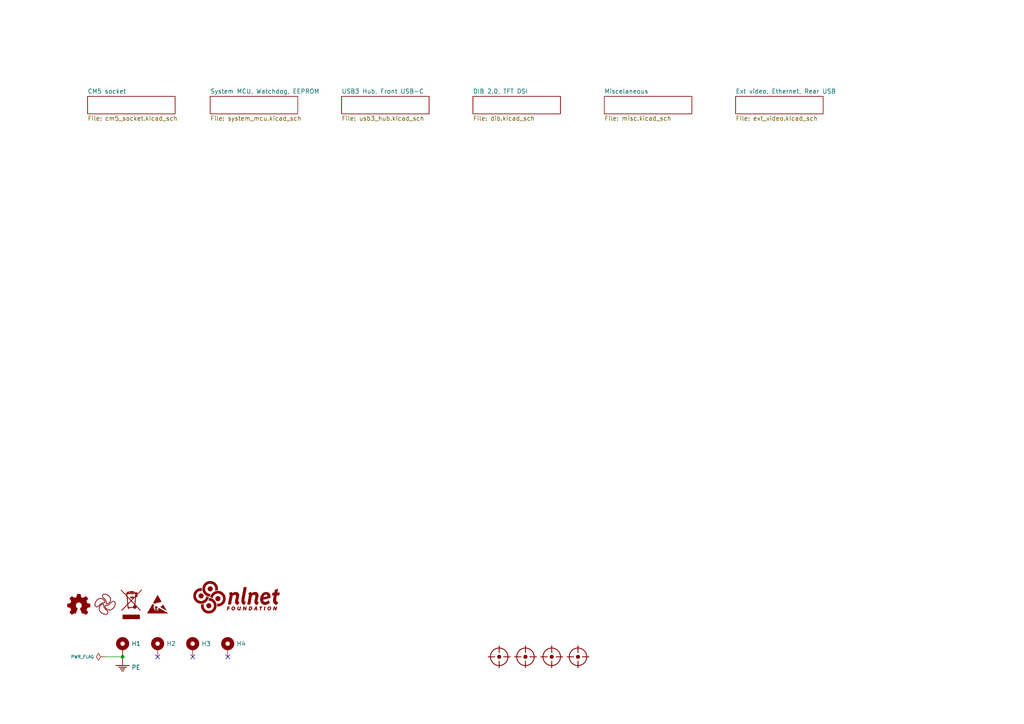
<source format=kicad_sch>
(kicad_sch (version 20250114) (generator "eeschema") (generator_version "9.0")
  (paper "A4")
  (title_block (title "BB3+ test mainboard") (date "2025-10-12") (rev "r1B1") (company "Envox d.o.o.") (comment 1 "Licensed under the TAPR Open Hardware License (www.tapr.org/OHL)") (comment 2 "More info at http://www.envox.eu/") (comment 3 "https://github.com/eez-open/eez-bb5-mcu-module"))
  (lib_symbols
    (symbol "PCM_EEZ_symbols:EEZ logo" (pin_names (offset 1.016)) (in_bom no))
    (symbol "PCM_EEZ_symbols:ESD logo" (pin_names (offset 1.016)) (in_bom no))
    (symbol "PCM_EEZ_symbols:FIDUCIAL" (in_bom no))
    (symbol "PCM_EEZ_symbols:NLnet logo" (pin_names (offset 1.016)) (in_bom no))
    (symbol "PCM_EEZ_symbols:Open HW logo" (pin_names (offset 1.016)) (in_bom no))
    (symbol "PCM_EEZ_symbols:PE" (power)
      (property "Value" "PE" (at 0 -1.905 0))
      (symbol "PE_1_0"
        (pin power_in line (at 0 2.54 270) (length 2.54) (name "PE") (number "1"))
      )
    )
    (symbol "PCM_EEZ_symbols:WEEE logo" (pin_names (offset 1.016)) (in_bom no))
    (symbol "PCM_EEZ_unsorted:MountingHole_Pad" (pin_numbers (hide yes)) (pin_names (offset 1.016) (hide yes)) (in_bom no)
      (property "Reference" "H" (at 0 6.35 0))
      (symbol "MountingHole_Pad_1_1"
        (pin passive line (at 0 -2.54 90) (length 2.54) (name "1") (number "1"))
      )
    )
    (symbol "power:PWR_FLAG" (power) (pin_numbers (hide yes)) (pin_names (offset 0) (hide yes))
      (property "Value" "PWR_FLAG" (at 0 3.81 0))
      (symbol "PWR_FLAG_0_0"
        (pin power_out line (at 0 0 90) (length 0) (name "~") (number "1"))
      )
    )
  )
  (junction (at 35.56 190.5))
  (no_connect (at 55.88 190.5))
  (no_connect (at 45.72 190.5))
  (no_connect (at 66.04 190.5))
  (wire (pts (xy 30.48 190.5) (xy 35.56 190.5)))
  (symbol (lib_id "PCM_EEZ_unsorted:MountingHole_Pad") (at 35.56 187.96 0) (unit 1) (in_bom no)
    (property "Reference" "H1" (at 38.1 186.69 0) (effects (justify left)))
    (property "Value" "MountingHole_Pad" (effects (hide yes)))
    (property "Footprint" "PCM_EEZ_THT:Mounting_hole 3.2_5.5mm" (effects (hide yes)))
    (property "Description" "Mounting Hole with connection" (effects (hide yes)))
  )
  (symbol (lib_id "PCM_EEZ_unsorted:MountingHole_Pad") (at 45.72 187.96 0) (unit 1) (in_bom no)
    (property "Reference" "H2" (at 48.26 186.69 0) (effects (justify left)))
    (property "Value" "MountingHole_Pad" (effects (hide yes)))
    (property "Footprint" "PCM_EEZ_THT:Mounting_hole 3.2_5.5mm" (effects (hide yes)))
    (property "Description" "Mounting Hole with connection" (effects (hide yes)))
  )
  (symbol (lib_id "PCM_EEZ_symbols:NLnet logo") (at 55.88 172.72 0) (unit 1) (in_bom no)
    (property "Reference" "LOGO5" (effects (hide yes)))
    (property "Value" "NLnet logo" (effects (hide yes)))
    (property "Footprint" "PCM_EEZ_unsorted:NLnet logo" (effects (hide yes)))
  )
  (symbol (lib_id "PCM_EEZ_symbols:WEEE logo") (at 38.1 175.26 0) (unit 1) (in_bom no)
    (property "Reference" "LOGO3" (effects (hide yes)))
    (property "Value" "WEEE logo" (effects (hide yes)))
    (property "Footprint" "PCM_EEZ_unsorted:WEEE logo" (effects (hide yes)))
  )
  (symbol (lib_id "PCM_EEZ_symbols:FIDUCIAL") (at 167.64 190.5 0) (unit 1) (in_bom no)
    (property "Reference" "FM4" (effects (hide yes)))
    (property "Footprint" "PCM_EEZ_SMD:Fiducial_0.75mm_Mask1.5mm" (effects (hide yes)))
  )
  (symbol (lib_id "PCM_EEZ_unsorted:MountingHole_Pad") (at 66.04 187.96 0) (unit 1) (in_bom no)
    (property "Reference" "H4" (at 68.58 186.69 0) (effects (justify left)))
    (property "Value" "MountingHole_Pad" (effects (hide yes)))
    (property "Footprint" "PCM_EEZ_THT:Mounting_hole 3.2_5.5mm" (effects (hide yes)))
    (property "Description" "Mounting Hole with connection" (effects (hide yes)))
  )
  (symbol (lib_id "power:PWR_FLAG") (at 30.48 190.5 90) (unit 1)
    (property "Reference" "#FLG01" (effects (hide yes)))
    (property "Value" "PWR_FLAG" (at 27.305 190.5 90) (effects (font (size 0.889 0.889)) (justify left)))
    (property "Description" "Special symbol for telling ERC where power comes from" (effects (hide yes)))
  )
  (symbol (lib_id "PCM_EEZ_symbols:PE") (at 35.56 193.04 0) (unit 1)
    (property "Reference" "#PE01" (effects (hide yes)))
    (property "Value" "PE" (at 38.1 194.31 0) (effects (justify left bottom)))
  )
  (symbol (lib_id "PCM_EEZ_symbols:FIDUCIAL") (at 160.02 190.5 0) (unit 1) (in_bom no)
    (property "Reference" "FM3" (effects (hide yes)))
    (property "Footprint" "PCM_EEZ_SMD:Fiducial_0.75mm_Mask1.5mm" (effects (hide yes)))
  )
  (symbol (lib_id "PCM_EEZ_symbols:FIDUCIAL") (at 144.78 190.5 0) (unit 1) (in_bom no)
    (property "Reference" "FM1" (effects (hide yes)))
    (property "Footprint" "PCM_EEZ_SMD:Fiducial_0.75mm_Mask1.5mm" (effects (hide yes)))
  )
  (symbol (lib_id "PCM_EEZ_symbols:ESD logo") (at 45.72 175.26 0) (unit 1) (in_bom no)
    (property "Reference" "LOGO4" (effects (hide yes)))
    (property "Value" "ESD logo" (effects (hide yes)))
    (property "Footprint" "PCM_EEZ_unsorted:ESD  logo" (effects (hide yes)))
  )
  (symbol (lib_id "PCM_EEZ_unsorted:MountingHole_Pad") (at 55.88 187.96 0) (unit 1) (in_bom no)
    (property "Reference" "H3" (at 58.42 186.69 0) (effects (justify left)))
    (property "Value" "MountingHole_Pad" (effects (hide yes)))
    (property "Footprint" "PCM_EEZ_THT:Mounting_hole 3.2_5.5mm" (effects (hide yes)))
    (property "Description" "Mounting Hole with connection" (effects (hide yes)))
  )
  (symbol (lib_id "PCM_EEZ_symbols:FIDUCIAL") (at 152.4 190.5 0) (unit 1) (in_bom no)
    (property "Reference" "FM2" (effects (hide yes)))
    (property "Footprint" "PCM_EEZ_SMD:Fiducial_0.75mm_Mask1.5mm" (effects (hide yes)))
  )
  (symbol (lib_id "PCM_EEZ_symbols:Open HW logo") (at 22.86 175.26 0) (unit 1) (in_bom no)
    (property "Reference" "LOGO1" (effects (hide yes)))
    (property "Value" "Open HW logo" (effects (hide yes)))
    (property "Footprint" "PCM_EEZ_unsorted:Open HW logo" (effects (hide yes)))
  )
  (symbol (lib_id "PCM_EEZ_symbols:EEZ logo") (at 30.48 175.26 0) (unit 1) (in_bom no)
    (property "Reference" "LOGO2" (effects (hide yes)))
    (property "Value" "EEZ logo" (effects (hide yes)))
    (property "Footprint" "PCM_EEZ_unsorted:EEZ logo (outline 6mm)" (effects (hide yes)))
  )
  (sheet (at 175.26 27.94) (size 25.4 5.08) (stroke (width 0.1524))
    (property "Sheetname" "Miscelaneous" (at 175.26 27.2284 0) (effects (justify left bottom)))
    (property "Sheetfile" "misc.kicad_sch" (at 175.26 33.6046 0) (effects (justify left top)))
  )
  (sheet (at 137.16 27.94) (size 25.4 5.08) (stroke (width 0.1524))
    (property "Sheetname" "DIB 2.0, TFT DSI" (at 137.16 27.2284 0) (effects (justify left bottom)))
    (property "Sheetfile" "dib.kicad_sch" (at 137.16 33.6046 0) (effects (justify left top)))
  )
  (sheet (at 99.06 27.94) (size 25.4 5.08) (stroke (width 0.1524))
    (property "Sheetname" "USB3 Hub, Front USB-C" (at 99.06 27.2284 0) (effects (justify left bottom)))
    (property "Sheetfile" "usb3_hub.kicad_sch" (at 99.06 33.6046 0) (effects (justify left top)))
  )
  (sheet (at 213.36 27.94) (size 25.4 5.08) (stroke (width 0.1524))
    (property "Sheetname" "Ext video, Ethernet, Rear USB" (at 213.36 27.2284 0) (effects (justify left bottom)))
    (property "Sheetfile" "ext_video.kicad_sch" (at 213.36 33.6046 0) (effects (justify left top)))
  )
  (sheet (at 25.4 27.94) (size 25.4 5.08) (stroke (width 0.1524))
    (property "Sheetname" "CM5 socket" (at 25.4 27.2284 0) (effects (justify left bottom)))
    (property "Sheetfile" "cm5_socket.kicad_sch" (at 25.4 33.6046 0) (effects (justify left top)))
  )
  (sheet (at 60.96 27.94) (size 25.4 5.08) (stroke (width 0.1524))
    (property "Sheetname" "System MCU, Watchdog, EEPROM" (at 60.96 27.2284 0) (effects (justify left bottom)))
    (property "Sheetfile" "system_mcu.kicad_sch" (at 60.96 33.6046 0) (effects (justify left top)))
  )
)
</source>
